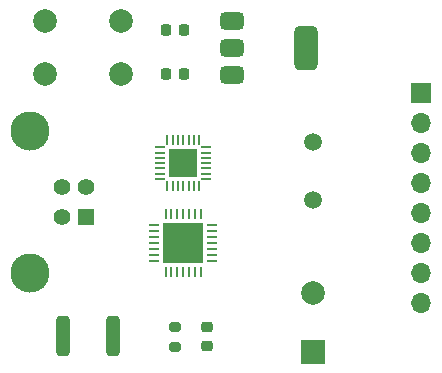
<source format=gbr>
%TF.GenerationSoftware,KiCad,Pcbnew,8.0.3*%
%TF.CreationDate,2024-07-10T12:56:16+05:30*%
%TF.ProjectId,Project_Rfid,50726f6a-6563-4745-9f52-6669642e6b69,rev?*%
%TF.SameCoordinates,Original*%
%TF.FileFunction,Soldermask,Top*%
%TF.FilePolarity,Negative*%
%FSLAX46Y46*%
G04 Gerber Fmt 4.6, Leading zero omitted, Abs format (unit mm)*
G04 Created by KiCad (PCBNEW 8.0.3) date 2024-07-10 12:56:16*
%MOMM*%
%LPD*%
G01*
G04 APERTURE LIST*
G04 Aperture macros list*
%AMRoundRect*
0 Rectangle with rounded corners*
0 $1 Rounding radius*
0 $2 $3 $4 $5 $6 $7 $8 $9 X,Y pos of 4 corners*
0 Add a 4 corners polygon primitive as box body*
4,1,4,$2,$3,$4,$5,$6,$7,$8,$9,$2,$3,0*
0 Add four circle primitives for the rounded corners*
1,1,$1+$1,$2,$3*
1,1,$1+$1,$4,$5*
1,1,$1+$1,$6,$7*
1,1,$1+$1,$8,$9*
0 Add four rect primitives between the rounded corners*
20,1,$1+$1,$2,$3,$4,$5,0*
20,1,$1+$1,$4,$5,$6,$7,0*
20,1,$1+$1,$6,$7,$8,$9,0*
20,1,$1+$1,$8,$9,$2,$3,0*%
%AMFreePoly0*
4,1,14,0.318306,0.106694,0.381694,0.043306,0.400000,-0.000888,0.400000,-0.062500,0.381694,-0.106694,0.337500,-0.125000,-0.337500,-0.125000,-0.381694,-0.106694,-0.400000,-0.062500,-0.400000,0.062500,-0.381694,0.106694,-0.337500,0.125000,0.274112,0.125000,0.318306,0.106694,0.318306,0.106694,$1*%
%AMFreePoly1*
4,1,14,0.381694,0.106694,0.400000,0.062500,0.400000,0.000888,0.381694,-0.043306,0.318306,-0.106694,0.274112,-0.125000,-0.337500,-0.125000,-0.381694,-0.106694,-0.400000,-0.062500,-0.400000,0.062500,-0.381694,0.106694,-0.337500,0.125000,0.337500,0.125000,0.381694,0.106694,0.381694,0.106694,$1*%
%AMFreePoly2*
4,1,14,0.106694,0.381694,0.125000,0.337500,0.125000,-0.337500,0.106694,-0.381694,0.062500,-0.400000,-0.062500,-0.400000,-0.106694,-0.381694,-0.125000,-0.337500,-0.125000,0.274112,-0.106694,0.318306,-0.043306,0.381694,0.000888,0.400000,0.062500,0.400000,0.106694,0.381694,0.106694,0.381694,$1*%
%AMFreePoly3*
4,1,14,0.043306,0.381694,0.106694,0.318306,0.125000,0.274112,0.125000,-0.337500,0.106694,-0.381694,0.062500,-0.400000,-0.062500,-0.400000,-0.106694,-0.381694,-0.125000,-0.337500,-0.125000,0.337500,-0.106694,0.381694,-0.062500,0.400000,-0.000888,0.400000,0.043306,0.381694,0.043306,0.381694,$1*%
%AMFreePoly4*
4,1,14,0.381694,0.106694,0.400000,0.062500,0.400000,-0.062500,0.381694,-0.106694,0.337500,-0.125000,-0.274112,-0.125000,-0.318306,-0.106694,-0.381694,-0.043306,-0.400000,0.000888,-0.400000,0.062500,-0.381694,0.106694,-0.337500,0.125000,0.337500,0.125000,0.381694,0.106694,0.381694,0.106694,$1*%
%AMFreePoly5*
4,1,14,0.381694,0.106694,0.400000,0.062500,0.400000,-0.062500,0.381694,-0.106694,0.337500,-0.125000,-0.337500,-0.125000,-0.381694,-0.106694,-0.400000,-0.062500,-0.400000,-0.000888,-0.381694,0.043306,-0.318306,0.106694,-0.274112,0.125000,0.337500,0.125000,0.381694,0.106694,0.381694,0.106694,$1*%
%AMFreePoly6*
4,1,14,0.106694,0.381694,0.125000,0.337500,0.125000,-0.274112,0.106694,-0.318306,0.043306,-0.381694,-0.000888,-0.400000,-0.062500,-0.400000,-0.106694,-0.381694,-0.125000,-0.337500,-0.125000,0.337500,-0.106694,0.381694,-0.062500,0.400000,0.062500,0.400000,0.106694,0.381694,0.106694,0.381694,$1*%
%AMFreePoly7*
4,1,14,0.106694,0.381694,0.125000,0.337500,0.125000,-0.337500,0.106694,-0.381694,0.062500,-0.400000,0.000888,-0.400000,-0.043306,-0.381694,-0.106694,-0.318306,-0.125000,-0.274112,-0.125000,0.337500,-0.106694,0.381694,-0.062500,0.400000,0.062500,0.400000,0.106694,0.381694,0.106694,0.381694,$1*%
G04 Aperture macros list end*
%ADD10RoundRect,0.225000X0.225000X0.250000X-0.225000X0.250000X-0.225000X-0.250000X0.225000X-0.250000X0*%
%ADD11RoundRect,0.375000X-0.625000X-0.375000X0.625000X-0.375000X0.625000X0.375000X-0.625000X0.375000X0*%
%ADD12RoundRect,0.500000X-0.500000X-1.400000X0.500000X-1.400000X0.500000X1.400000X-0.500000X1.400000X0*%
%ADD13R,1.700000X1.700000*%
%ADD14O,1.700000X1.700000*%
%ADD15RoundRect,0.062500X-0.337500X-0.062500X0.337500X-0.062500X0.337500X0.062500X-0.337500X0.062500X0*%
%ADD16RoundRect,0.062500X-0.062500X-0.337500X0.062500X-0.337500X0.062500X0.337500X-0.062500X0.337500X0*%
%ADD17R,3.350000X3.350000*%
%ADD18R,1.408000X1.408000*%
%ADD19C,1.408000*%
%ADD20C,3.316000*%
%ADD21R,2.000000X2.000000*%
%ADD22C,2.000000*%
%ADD23C,1.500000*%
%ADD24RoundRect,0.218750X0.256250X-0.218750X0.256250X0.218750X-0.256250X0.218750X-0.256250X-0.218750X0*%
%ADD25FreePoly0,180.000000*%
%ADD26RoundRect,0.062500X0.337500X0.062500X-0.337500X0.062500X-0.337500X-0.062500X0.337500X-0.062500X0*%
%ADD27FreePoly1,180.000000*%
%ADD28FreePoly2,180.000000*%
%ADD29RoundRect,0.062500X0.062500X0.337500X-0.062500X0.337500X-0.062500X-0.337500X0.062500X-0.337500X0*%
%ADD30FreePoly3,180.000000*%
%ADD31FreePoly4,180.000000*%
%ADD32FreePoly5,180.000000*%
%ADD33FreePoly6,180.000000*%
%ADD34FreePoly7,180.000000*%
%ADD35R,2.400000X2.400000*%
%ADD36RoundRect,0.200000X0.275000X-0.200000X0.275000X0.200000X-0.275000X0.200000X-0.275000X-0.200000X0*%
%ADD37RoundRect,0.250000X-0.312500X-1.450000X0.312500X-1.450000X0.312500X1.450000X-0.312500X1.450000X0*%
G04 APERTURE END LIST*
D10*
%TO.C,C3*%
X134239000Y-100076000D03*
X132689000Y-100076000D03*
%TD*%
D11*
%TO.C,U3*%
X138226000Y-95563500D03*
X138226000Y-97863500D03*
D12*
X144526000Y-97863500D03*
D11*
X138226000Y-100163500D03*
%TD*%
D13*
%TO.C,J1*%
X154305000Y-101727000D03*
D14*
X154305000Y-104267000D03*
X154305000Y-106807000D03*
X154305000Y-109347000D03*
X154305000Y-111887000D03*
X154305000Y-114427000D03*
X154305000Y-116967000D03*
X154305000Y-119507000D03*
%TD*%
D15*
%TO.C,U2*%
X131686000Y-112890000D03*
X131686000Y-113390000D03*
X131686000Y-113890000D03*
X131686000Y-114390000D03*
X131686000Y-114890000D03*
X131686000Y-115390000D03*
X131686000Y-115890000D03*
D16*
X132636000Y-116840000D03*
X133136000Y-116840000D03*
X133636000Y-116840000D03*
X134136000Y-116840000D03*
X134636000Y-116840000D03*
X135136000Y-116840000D03*
X135636000Y-116840000D03*
D15*
X136586000Y-115890000D03*
X136586000Y-115390000D03*
X136586000Y-114890000D03*
X136586000Y-114390000D03*
X136586000Y-113890000D03*
X136586000Y-113390000D03*
X136586000Y-112890000D03*
D16*
X135636000Y-111940000D03*
X135136000Y-111940000D03*
X134636000Y-111940000D03*
X134136000Y-111940000D03*
X133636000Y-111940000D03*
X133136000Y-111940000D03*
X132636000Y-111940000D03*
D17*
X134136000Y-114390000D03*
%TD*%
D18*
%TO.C,J2*%
X125872000Y-112191000D03*
D19*
X125872000Y-109691000D03*
X123872000Y-109691000D03*
X123872000Y-112191000D03*
D20*
X121172000Y-104921000D03*
X121172000Y-116961000D03*
%TD*%
D21*
%TO.C,BZ1*%
X145161000Y-123655785D03*
D22*
X145161000Y-118655785D03*
%TD*%
D23*
%TO.C,Y1*%
X145161000Y-110744000D03*
X145161000Y-105864000D03*
%TD*%
D24*
%TO.C,D2*%
X136144000Y-123114000D03*
X136144000Y-121539000D03*
%TD*%
D25*
%TO.C,U1*%
X136086000Y-108990000D03*
D26*
X136086000Y-108540000D03*
X136086000Y-108090000D03*
X136086000Y-107640000D03*
X136086000Y-107190000D03*
X136086000Y-106740000D03*
D27*
X136086000Y-106290000D03*
D28*
X135486000Y-105690000D03*
D29*
X135036000Y-105690000D03*
X134586000Y-105690000D03*
X134136000Y-105690000D03*
X133686000Y-105690000D03*
X133236000Y-105690000D03*
D30*
X132786000Y-105690000D03*
D31*
X132186000Y-106290000D03*
D26*
X132186000Y-106740000D03*
X132186000Y-107190000D03*
X132186000Y-107640000D03*
X132186000Y-108090000D03*
X132186000Y-108540000D03*
D32*
X132186000Y-108990000D03*
D33*
X132786000Y-109590000D03*
D29*
X133236000Y-109590000D03*
X133686000Y-109590000D03*
X134136000Y-109590000D03*
X134586000Y-109590000D03*
X135036000Y-109590000D03*
D34*
X135486000Y-109590000D03*
D35*
X134136000Y-107640000D03*
%TD*%
D36*
%TO.C,R1*%
X133477000Y-123171500D03*
X133477000Y-121521500D03*
%TD*%
D10*
%TO.C,C4*%
X134239000Y-96393000D03*
X132689000Y-96393000D03*
%TD*%
D37*
%TO.C,D1*%
X123952000Y-122301000D03*
X128227000Y-122301000D03*
%TD*%
D22*
%TO.C,SW1*%
X122405000Y-95576000D03*
X128905000Y-95576000D03*
X122405000Y-100076000D03*
X128905000Y-100076000D03*
%TD*%
M02*

</source>
